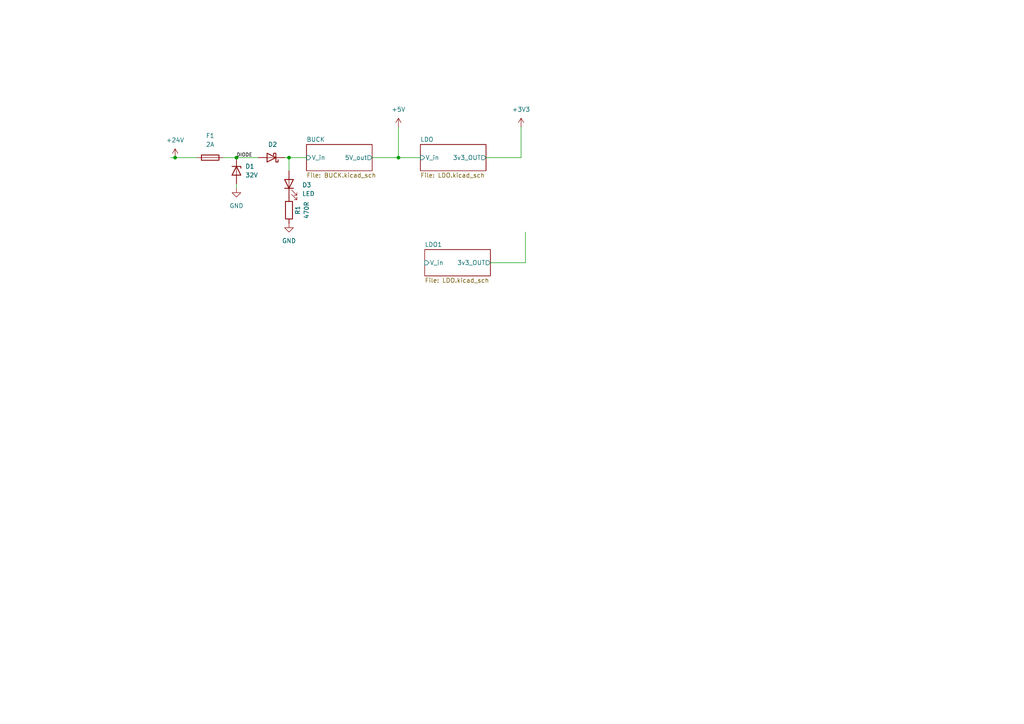
<source format=kicad_sch>
(kicad_sch (version 20211123) (generator eeschema)
  (paper "A4")
  (lib_symbols
    (symbol "Device:D_Schottky" (pin_numbers hide) (pin_names (offset 1.016) hide)
      (property "Reference" "D" (at 0 2.54 0))
      (property "Value" "D_Schottky" (at 0 -2.54 0))
      (symbol "D_Schottky_0_1"
        (polyline (pts (xy 1.27 0) (xy -1.27 0)))
        (polyline (pts (xy 1.27 1.27) (xy 1.27 -1.27) (xy -1.27 0) (xy 1.27 1.27)) (stroke (width 0.254)))
        (polyline (pts (xy -1.905 0.635) (xy -1.905 1.27) (xy -1.27 1.27) (xy -1.27 -1.27) (xy -0.635 -1.27) (xy -0.635 -0.635)) (stroke (width 0.254)))
      )
      (symbol "D_Schottky_1_1"
        (pin passive line (at -3.81 0 0) (length 2.54) (name "K") (number "1"))
        (pin passive line (at 3.81 0 180) (length 2.54) (name "A") (number "2"))
      )
    )
    (symbol "Device:D_Zener" (pin_numbers hide) (pin_names (offset 1.016) hide)
      (property "Reference" "D" (at 0 2.54 0))
      (property "Value" "D_Zener" (at 0 -2.54 0))
      (symbol "D_Zener_0_1"
        (polyline (pts (xy 1.27 0) (xy -1.27 0)))
        (polyline (pts (xy -1.27 -1.27) (xy -1.27 1.27) (xy -0.762 1.27)) (stroke (width 0.254)))
        (polyline (pts (xy 1.27 -1.27) (xy 1.27 1.27) (xy -1.27 0) (xy 1.27 -1.27)) (stroke (width 0.254)))
      )
      (symbol "D_Zener_1_1"
        (pin passive line (at -3.81 0 0) (length 2.54) (name "K") (number "1"))
        (pin passive line (at 3.81 0 180) (length 2.54) (name "A") (number "2"))
      )
    )
    (symbol "Device:Fuse" (pin_numbers hide) (pin_names (offset 0))
      (property "Reference" "F" (at 2.032 0 90))
      (property "Value" "Fuse" (at -1.905 0 90))
      (symbol "Fuse_0_1"
        (rectangle (start -0.762 -2.54) (end 0.762 2.54) (stroke (width 0.254)))
        (polyline (pts (xy 0 2.54) (xy 0 -2.54)))
      )
      (symbol "Fuse_1_1"
        (pin passive line (at 0 3.81 270) (length 1.27) (name "~") (number "1"))
        (pin passive line (at 0 -3.81 90) (length 1.27) (name "~") (number "2"))
      )
    )
    (symbol "Device:LED" (pin_numbers hide) (pin_names (offset 1.016) hide)
      (property "Reference" "D" (at 0 2.54 0))
      (property "Value" "LED" (at 0 -2.54 0))
      (symbol "LED_0_1"
        (polyline (pts (xy -1.27 -1.27) (xy -1.27 1.27)) (stroke (width 0.254)))
        (polyline (pts (xy -1.27 0) (xy 1.27 0)))
        (polyline (pts (xy 1.27 -1.27) (xy 1.27 1.27) (xy -1.27 0) (xy 1.27 -1.27)) (stroke (width 0.254)))
        (polyline (pts (xy -3.048 -0.762) (xy -4.572 -2.286) (xy -3.81 -2.286) (xy -4.572 -2.286) (xy -4.572 -1.524)))
        (polyline (pts (xy -1.778 -0.762) (xy -3.302 -2.286) (xy -2.54 -2.286) (xy -3.302 -2.286) (xy -3.302 -1.524)))
      )
      (symbol "LED_1_1"
        (pin passive line (at -3.81 0 0) (length 2.54) (name "K") (number "1"))
        (pin passive line (at 3.81 0 180) (length 2.54) (name "A") (number "2"))
      )
    )
    (symbol "Device:R" (pin_numbers hide) (pin_names (offset 0))
      (property "Reference" "R" (at 2.032 0 90))
      (property "Value" "R" (at 0 0 90))
      (symbol "R_0_1"
        (rectangle (start -1.016 -2.54) (end 1.016 2.54) (stroke (width 0.254)))
      )
      (symbol "R_1_1"
        (pin passive line (at 0 3.81 270) (length 1.27) (name "~") (number "1"))
        (pin passive line (at 0 -3.81 90) (length 1.27) (name "~") (number "2"))
      )
    )
    (symbol "power:+24V" (power) (pin_names (offset 0))
      (property "Value" "+24V" (at 0 3.556 0))
      (symbol "+24V_0_1"
        (polyline (pts (xy -0.762 1.27) (xy 0 2.54)))
        (polyline (pts (xy 0 0) (xy 0 2.54)))
        (polyline (pts (xy 0 2.54) (xy 0.762 1.27)))
      )
      (symbol "+24V_1_1"
        (pin power_in line (at 0 0 90) (length 0) hide (name "+24V") (number "1"))
      )
    )
    (symbol "power:+3V3" (power) (pin_names (offset 0))
      (property "Value" "+3V3" (at 0 3.556 0))
      (symbol "+3V3_0_1"
        (polyline (pts (xy -0.762 1.27) (xy 0 2.54)))
        (polyline (pts (xy 0 0) (xy 0 2.54)))
        (polyline (pts (xy 0 2.54) (xy 0.762 1.27)))
      )
      (symbol "+3V3_1_1"
        (pin power_in line (at 0 0 90) (length 0) hide (name "+3V3") (number "1"))
      )
    )
    (symbol "power:+5V" (power) (pin_names (offset 0))
      (property "Value" "+5V" (at 0 3.556 0))
      (symbol "+5V_0_1"
        (polyline (pts (xy -0.762 1.27) (xy 0 2.54)))
        (polyline (pts (xy 0 0) (xy 0 2.54)))
        (polyline (pts (xy 0 2.54) (xy 0.762 1.27)))
      )
      (symbol "+5V_1_1"
        (pin power_in line (at 0 0 90) (length 0) hide (name "+5V") (number "1"))
      )
    )
    (symbol "power:GND" (power) (pin_names (offset 0))
      (property "Value" "GND" (at 0 -3.81 0))
      (symbol "GND_0_1"
        (polyline (pts (xy 0 0) (xy 0 -1.27) (xy 1.27 -1.27) (xy 0 -2.54) (xy -1.27 -1.27) (xy 0 -1.27)))
      )
      (symbol "GND_1_1"
        (pin power_in line (at 0 0 270) (length 0) hide (name "GND") (number "1"))
      )
    )
  )
  (junction (at 115.57 45.72))
  (junction (at 50.8 45.72))
  (junction (at 83.82 45.72))
  (junction (at 68.58 45.72))
  (wire (pts (xy 82.55 45.72) (xy 83.82 45.72)))
  (wire (pts (xy 107.95 45.72) (xy 115.57 45.72)))
  (wire (pts (xy 115.57 36.83) (xy 115.57 45.72)))
  (wire (pts (xy 50.8 45.72) (xy 57.15 45.72)))
  (wire (pts (xy 115.57 45.72) (xy 121.92 45.72)))
  (wire (pts (xy 151.13 36.83) (xy 151.13 45.72)))
  (wire (pts (xy 68.58 45.72) (xy 74.93 45.72)))
  (wire (pts (xy 83.82 49.53) (xy 83.82 45.72)))
  (wire (pts (xy 151.13 45.72) (xy 140.97 45.72)))
  (wire (pts (xy 152.4 76.2) (xy 142.24 76.2)))
  (wire (pts (xy 152.4 67.31) (xy 152.4 76.2)))
  (wire (pts (xy 49.53 45.72) (xy 50.8 45.72)))
  (wire (pts (xy 64.77 45.72) (xy 68.58 45.72)))
  (wire (pts (xy 83.82 45.72) (xy 88.9 45.72)))
  (wire (pts (xy 68.58 54.61) (xy 68.58 53.34)))
  (label "DIODE" (at 68.58 45.72 0) (effects (font (size 1 1))))
  (symbol (lib_id "Device:D_Schottky") (at 78.74 45.72 180) (unit 1)
    (property "Reference" "D2" (at 79.0575 41.91 0))
    (property "Value" "0.7dV" (effects hide))
    (property "Footprint" "Diode_SMD:D_SMA" (effects hide))
    (property "Datasheet" "C14996" (effects hide))
  )
  (symbol (lib_id "power:+3V3") (at 151.13 36.83 0) (unit 1)
    (property "Reference" "#PWR0101" (effects hide))
    (property "Value" "+3V3" (at 151.13 31.75 0))
  )
  (symbol (lib_id "power:+5V") (at 115.57 36.83 0) (unit 1)
    (property "Reference" "#PWR0102" (effects hide))
    (property "Value" "+5V" (at 115.57 31.75 0))
  )
  (symbol (lib_id "power:GND") (at 68.58 54.61 0) (unit 1)
    (property "Reference" "#PWR0103" (effects hide))
    (property "Value" "GND" (at 68.58 59.69 0))
  )
  (symbol (lib_id "power:+24V") (at 50.8 45.72 0) (unit 1)
    (property "Reference" "#PWR0107" (effects hide))
    (property "Value" "+24V" (at 50.8 40.64 0))
  )
  (symbol (lib_id "Device:D_Zener") (at 68.58 49.53 270) (unit 1)
    (property "Reference" "D1" (at 71.12 48.2599 90) (effects (justify left)))
    (property "Value" "32V" (at 71.12 50.7999 90) (effects (justify left)))
    (property "Footprint" "Diode_SMD:D_SOD-323" (effects hide))
    (property "Datasheet" "C382868" (effects hide))
  )
  (symbol (lib_id "Device:Fuse") (at 60.96 45.72 270) (unit 1)
    (property "Reference" "F1" (at 60.96 39.37 90))
    (property "Value" "2A" (at 60.96 41.91 90))
    (property "Footprint" "Fuse:Fuse_1206_3216Metric_Pad1.42x1.75mm_HandSolder" (effects hide))
    (property "Datasheet" "C182445" (effects hide))
  )
  (symbol (lib_id "Device:LED") (at 83.82 53.34 90) (unit 1)
    (property "Reference" "D3" (at 87.63 53.6574 90) (effects (justify right)))
    (property "Value" "LED" (at 87.63 56.1974 90) (effects (justify right)))
    (property "Footprint" "LED_SMD:LED_0603_1608Metric_Pad1.05x0.95mm_HandSolder" (effects hide))
    (property "Datasheet" "C138546" (effects hide))
  )
  (symbol (lib_id "Device:R") (at 83.82 60.96 180) (unit 1)
    (property "Reference" "R1" (at 86.36 60.96 90))
    (property "Value" "470R" (at 88.9 60.96 90))
    (property "Footprint" "Resistor_SMD:R_0603_1608Metric_Pad0.98x0.95mm_HandSolder" (effects hide))
  )
  (symbol (lib_id "power:GND") (at 83.82 64.77 0) (unit 1)
    (property "Reference" "#PWR0108" (effects hide))
    (property "Value" "GND" (at 83.82 69.85 0))
  )
  (sheet (at 88.9 41.91) (size 19.05 7.62) (stroke (width 0.1524))
    (property "Sheet name" "BUCK" (at 88.9 41.1984 0) (effects (justify left bottom)))
    (property "Sheet file" "BUCK.kicad_sch" (at 88.9 50.1146 0) (effects (justify left top)))
    (pin "V_in" input (at 88.9 45.72 180))
    (pin "5V_out" output (at 107.95 45.72 0))
  )
  (sheet (at 123.19 72.39) (size 19.05 7.62) (stroke (width 0.1524))
    (property "Sheet name" "LDO1" (at 123.19 71.6784 0) (effects (justify left bottom)))
    (property "Sheet file" "LDO.kicad_sch" (at 123.19 80.5946 0) (effects (justify left top)))
    (pin "V_in" input (at 123.19 76.2 180))
    (pin "3v3_OUT" output (at 142.24 76.2 0))
  )
  (sheet (at 121.92 41.91) (size 19.05 7.62) (stroke (width 0.1524))
    (property "Sheet name" "LDO" (at 121.92 41.1984 0) (effects (justify left bottom)))
    (property "Sheet file" "LDO.kicad_sch" (at 121.92 50.1146 0) (effects (justify left top)))
    (pin "V_in" input (at 121.92 45.72 180))
    (pin "3v3_OUT" output (at 140.97 45.72 0))
  )
)
</source>
